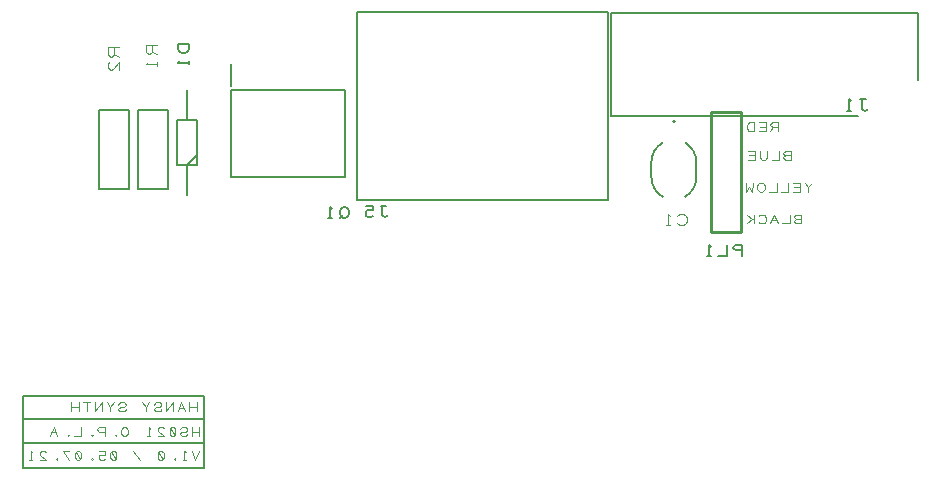
<source format=gbr>
G04 EasyPC Gerber Version 21.0.3 Build 4286 *
G04 #@! TF.Part,Single*
G04 #@! TF.FileFunction,Legend,Bot *
G04 #@! TF.FilePolarity,Positive *
%FSLAX35Y35*%
%MOIN*%
%ADD77C,0.00300*%
%ADD72C,0.00394*%
%ADD29C,0.00500*%
%ADD76C,0.00600*%
%ADD74C,0.00787*%
%ADD75C,0.01000*%
X0Y0D02*
D02*
D29*
X89344Y300250D02*
X85594D01*
Y298375*
X85906Y297750*
X86219Y297437*
X86844Y297125*
X88094*
X88719Y297437*
X89031Y297750*
X89344Y298375*
Y300250*
Y294625D02*
Y293375D01*
Y294000D02*
X85594D01*
X86219Y294625*
X94250Y167179D02*
X34014D01*
Y158911*
X94250*
Y167179*
Y175053D02*
X34014D01*
Y167179*
X94250*
Y175053*
Y182927D02*
X34014D01*
Y175053*
X94250*
Y182927*
X142644Y243382D02*
Y244632D01*
X142331Y245257*
X142019Y245570*
X141394Y245882*
X140769*
X140144Y245570*
X139831Y245257*
X139519Y244632*
Y243382*
X139831Y242757*
X140144Y242445*
X140769Y242132*
X141394*
X142019Y242445*
X142331Y242757*
X142644Y243382*
X140456Y243070D02*
X139519Y242132D01*
X137019D02*
X135769D01*
X136394D02*
Y245882D01*
X137019Y245257*
X145400Y310880D02*
Y248281D01*
X228864*
Y310880*
X145400*
X155636Y243151D02*
X155323Y242839D01*
X154698Y242526*
X154073Y242839*
X153761Y243151*
Y246276*
X153136*
X153761D02*
X155011D01*
X150636Y242839D02*
X150011Y242526D01*
X149073*
X148448Y242839*
X148136Y243464*
Y243776*
X148448Y244401*
X149073Y244714*
X150636*
Y246276*
X148136*
X273746Y229534D02*
Y233284D01*
X271559*
X270933Y232972*
X270621Y232346*
X270933Y231722*
X271559Y231409*
X273746*
X268746Y233284D02*
Y229534D01*
X265621*
X263121D02*
X261871D01*
X262496D02*
Y233284D01*
X263121Y232659*
X315478Y278584D02*
X315166Y278272D01*
X314541Y277959*
X313916Y278272*
X313603Y278584*
Y281709*
X312978*
X313603D02*
X314853D01*
X309853Y277959D02*
X308603D01*
X309228D02*
Y281709D01*
X309853Y281084*
D02*
D72*
X91856Y177760D02*
Y180713D01*
Y179236D02*
X89396D01*
Y177760D02*
Y180713D01*
X87919Y177760D02*
X86689Y180713D01*
X85459Y177760*
X87427Y178990D02*
X85951D01*
X83982Y177760D02*
Y180713D01*
X81522Y177760*
Y180713*
X80045Y178498D02*
X79799Y178006D01*
X79307Y177760*
X78323*
X77831Y178006*
X77585Y178498*
X77831Y178990*
X78323Y179236*
X79307*
X79799Y179482*
X80045Y179974*
X79799Y180467*
X79307Y180713*
X78323*
X77831Y180467*
X77585Y179974*
X74878Y177760D02*
Y179236D01*
X76108Y180713*
X74878Y179236D02*
X73648Y180713D01*
X68234Y178498D02*
X67988Y178006D01*
X67496Y177760*
X66512*
X66020Y178006*
X65774Y178498*
X66020Y178990*
X66512Y179236*
X67496*
X67988Y179482*
X68234Y179974*
X67988Y180467*
X67496Y180713*
X66512*
X66020Y180467*
X65774Y179974*
X63067Y177760D02*
Y179236D01*
X64297Y180713*
X63067Y179236D02*
X61837Y180713D01*
X60360Y177760D02*
Y180713D01*
X57900Y177760*
Y180713*
X55193Y177760D02*
Y180713D01*
X56423D02*
X53963D01*
X52486Y177760D02*
Y180713D01*
Y179236D02*
X50026D01*
Y177760D02*
Y180713D01*
X92644Y164571D02*
X91413Y161618D01*
X90183Y164571*
X88215Y161618D02*
X87230D01*
X87722D02*
Y164571D01*
X88215Y164079*
X84524Y161618D02*
X84278Y161864D01*
X84524Y162110*
X84770Y161864*
X84524Y161618*
X80587Y161864D02*
X80094Y161618D01*
X79602*
X79110Y161864*
X78864Y162356*
Y163833*
X79110Y164325*
X79602Y164571*
X80094*
X80587Y164325*
X80833Y163833*
Y162356*
X80587Y161864*
X79110Y164325*
X72959Y161618D02*
X70498Y164571D01*
X64839Y161864D02*
X64346Y161618D01*
X63854*
X63362Y161864*
X63116Y162356*
Y163833*
X63362Y164325*
X63854Y164571*
X64346*
X64839Y164325*
X65085Y163833*
Y162356*
X64839Y161864*
X63362Y164325*
X61148Y161864D02*
X60656Y161618D01*
X59917*
X59425Y161864*
X59179Y162356*
Y162602*
X59425Y163094*
X59917Y163341*
X61148*
Y164571*
X59179*
X56965Y161618D02*
X56719Y161864D01*
X56965Y162110*
X57211Y161864*
X56965Y161618*
X53028Y161864D02*
X52535Y161618D01*
X52043*
X51551Y161864*
X51305Y162356*
Y163833*
X51551Y164325*
X52043Y164571*
X52535*
X53028Y164325*
X53274Y163833*
Y162356*
X53028Y161864*
X51551Y164325*
X49337Y161618D02*
X47368Y164571D01*
X49337*
X45154Y161618D02*
X44907Y161864D01*
X45154Y162110*
X45400Y161864*
X45154Y161618*
X39494D02*
X41463D01*
X39740Y163341*
X39494Y163833*
X39740Y164325*
X40232Y164571*
X40970*
X41463Y164325*
X37033Y161618D02*
X36049D01*
X36541D02*
Y164571D01*
X37033Y164079*
X92644Y169492D02*
Y172445D01*
Y170969D02*
X90183D01*
Y169492D02*
Y172445D01*
X88707Y170230D02*
X88461Y169738D01*
X87969Y169492*
X86984*
X86492Y169738*
X86246Y170230*
X86492Y170722*
X86984Y170969*
X87969*
X88461Y171215*
X88707Y171707*
X88461Y172199*
X87969Y172445*
X86984*
X86492Y172199*
X86246Y171707*
X84524Y169738D02*
X84031Y169492D01*
X83539*
X83047Y169738*
X82801Y170230*
Y171707*
X83047Y172199*
X83539Y172445*
X84031*
X84524Y172199*
X84770Y171707*
Y170230*
X84524Y169738*
X83047Y172199*
X78864Y169492D02*
X80833D01*
X79110Y171215*
X78864Y171707*
X79110Y172199*
X79602Y172445*
X80341*
X80833Y172199*
X76404Y169492D02*
X75419D01*
X75911D02*
Y172445D01*
X76404Y171953*
X69022Y170476D02*
Y171461D01*
X68776Y171953*
X68530Y172199*
X68037Y172445*
X67545*
X67053Y172199*
X66807Y171953*
X66561Y171461*
Y170476*
X66807Y169984*
X67053Y169738*
X67545Y169492*
X68037*
X68530Y169738*
X68776Y169984*
X69022Y170476*
X64839Y169492D02*
X64593Y169738D01*
X64839Y169984*
X65085Y169738*
X64839Y169492*
X61148D02*
Y172445D01*
X59425*
X58933Y172199*
X58687Y171707*
X58933Y171215*
X59425Y170969*
X61148*
X56965Y169492D02*
X56719Y169738D01*
X56965Y169984*
X57211Y169738*
X56965Y169492*
X53274Y172445D02*
Y169492D01*
X50813*
X49091D02*
X48844Y169738D01*
X49091Y169984*
X49337Y169738*
X49091Y169492*
X45400D02*
X44169Y172445D01*
X42939Y169492*
X44907Y170722D02*
X43431D01*
X285557Y271067D02*
Y274020D01*
X283835*
X283343Y273774*
X283096Y273281*
X283343Y272789*
X283835Y272543*
X285557*
X283835D02*
X283096Y271067D01*
X281620D02*
Y274020D01*
X279159*
X279652Y272543D02*
X281620D01*
Y271067D02*
X279159D01*
X277683D02*
Y274020D01*
X276207*
X275715Y273774*
X275469Y273528*
X275222Y273035*
Y272051*
X275469Y271559*
X275715Y271313*
X276207Y271067*
X277683*
X288165Y263094D02*
X287673Y262848D01*
X287427Y262356*
X287673Y261864*
X288165Y261618*
X289888*
Y264571*
X288165*
X287673Y264325*
X287427Y263833*
X287673Y263341*
X288165Y263094*
X289888*
X285951Y264571D02*
Y261618D01*
X283490*
X282014Y264571D02*
Y262356D01*
X281768Y261864*
X281276Y261618*
X280291*
X279799Y261864*
X279553Y262356*
Y264571*
X278077Y261618D02*
Y264571D01*
X275616*
X276108Y263094D02*
X278077D01*
Y261618D02*
X275616D01*
X291709Y241835D02*
X291217Y241589D01*
X290970Y241096*
X291217Y240604*
X291709Y240358*
X293431*
Y243311*
X291709*
X291217Y243065*
X290970Y242573*
X291217Y242081*
X291709Y241835*
X293431*
X289494Y243311D02*
Y240358D01*
X287033*
X285557D02*
X284327Y243311D01*
X283096Y240358*
X285065Y241589D02*
X283589D01*
X279159Y240850D02*
X279406Y240604D01*
X279898Y240358*
X280636*
X281128Y240604*
X281374Y240850*
X281620Y241343*
Y242327*
X281374Y242819*
X281128Y243065*
X280636Y243311*
X279898*
X279406Y243065*
X279159Y242819*
X277683Y240358D02*
Y243311D01*
Y241835D02*
X276945D01*
X275222Y243311*
X276945Y241835D02*
X275222Y240358D01*
X295744Y250988D02*
Y252465D01*
X296974Y253941*
X295744Y252465D02*
X294514Y253941D01*
X293037Y250988D02*
Y253941D01*
X290577*
X291069Y252465D02*
X293037D01*
Y250988D02*
X290577D01*
X289100Y253941D02*
Y250988D01*
X286640*
X285163Y253941D02*
Y250988D01*
X282703*
X281226Y251972D02*
Y252957D01*
X280980Y253449*
X280734Y253695*
X280242Y253941*
X279750*
X279258Y253695*
X279012Y253449*
X278766Y252957*
Y251972*
X279012Y251480*
X279258Y251234*
X279750Y250988*
X280242*
X280734Y251234*
X280980Y251480*
X281226Y251972*
X277289Y253941D02*
X277043Y250988D01*
X276059Y252465*
X275075Y250988*
X274829Y253941*
D02*
D74*
X88707Y274864D02*
Y284797D01*
X92093Y259888D02*
Y274864D01*
X85321*
Y259888*
X92093*
Y263274D02*
X88707Y259888D01*
Y249955*
X103163Y284699D02*
Y255959D01*
X141179*
Y284699*
X103163*
X103234Y293557D02*
Y286077D01*
X312329Y276116D02*
X229829D01*
Y310368*
X332368*
Y288045*
D02*
D75*
X263234Y237376D02*
Y277376D01*
X273234*
Y237376*
X263234*
D02*
D76*
X69197Y278219D02*
Y251819D01*
X59397*
Y278219*
X69197*
X72389Y251809D02*
Y278209D01*
X82189*
Y251809*
X72389*
X247226Y249249D02*
G75*
G02X243411Y255781I3685J6532D01*
G01*
Y260781*
G75*
G02X247102Y267242I7500*
G01*
X250911Y273981D02*
G75*
G02Y274581J300D01*
G01*
G75*
G02Y273981J-300*
G01*
X254721Y267242D02*
G75*
G02X258411Y260782I-3810J-6460D01*
G01*
Y255781*
G75*
G02X254596Y249249I-7500*
G01*
D02*
D77*
X66116Y299069D02*
X62366D01*
Y296881*
X62678Y296256*
X63303Y295944*
X63928Y296256*
X64241Y296881*
Y299069*
Y296881D02*
X66116Y295944D01*
Y291569D02*
Y294069D01*
X63928Y291881*
X63303Y291569*
X62678Y291881*
X62366Y292506*
Y293444*
X62678Y294069*
X78714Y299856D02*
X74964D01*
Y297669*
X75276Y297044*
X75902Y296731*
X76526Y297044*
X76839Y297669*
Y299856*
Y297669D02*
X78714Y296731D01*
Y294231D02*
Y292981D01*
Y293606D02*
X74964D01*
X75589Y294231*
X252117Y240395D02*
X252430Y240083D01*
X253055Y239770*
X253992*
X254617Y240083*
X254930Y240395*
X255242Y241020*
Y242270*
X254930Y242895*
X254617Y243208*
X253992Y243520*
X253055*
X252430Y243208*
X252117Y242895*
X249617Y239770D02*
X248367D01*
X248992D02*
Y243520D01*
X249617Y242895*
X0Y0D02*
M02*

</source>
